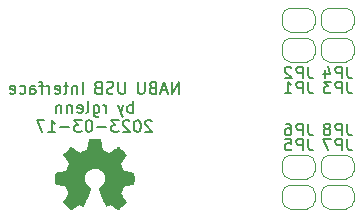
<source format=gbo>
%TF.GenerationSoftware,KiCad,Pcbnew,(7.0.0)*%
%TF.CreationDate,2023-03-18T20:28:04-04:00*%
%TF.ProjectId,nabu-interface,6e616275-2d69-46e7-9465-72666163652e,rev?*%
%TF.SameCoordinates,Original*%
%TF.FileFunction,Legend,Bot*%
%TF.FilePolarity,Positive*%
%FSLAX46Y46*%
G04 Gerber Fmt 4.6, Leading zero omitted, Abs format (unit mm)*
G04 Created by KiCad (PCBNEW (7.0.0)) date 2023-03-18 20:28:04*
%MOMM*%
%LPD*%
G01*
G04 APERTURE LIST*
G04 Aperture macros list*
%AMFreePoly0*
4,1,19,0.500000,-0.750000,0.000000,-0.750000,0.000000,-0.744911,-0.071157,-0.744911,-0.207708,-0.704816,-0.327430,-0.627875,-0.420627,-0.520320,-0.479746,-0.390866,-0.500000,-0.250000,-0.500000,0.250000,-0.479746,0.390866,-0.420627,0.520320,-0.327430,0.627875,-0.207708,0.704816,-0.071157,0.744911,0.000000,0.744911,0.000000,0.750000,0.500000,0.750000,0.500000,-0.750000,0.500000,-0.750000,
$1*%
%AMFreePoly1*
4,1,19,0.000000,0.744911,0.071157,0.744911,0.207708,0.704816,0.327430,0.627875,0.420627,0.520320,0.479746,0.390866,0.500000,0.250000,0.500000,-0.250000,0.479746,-0.390866,0.420627,-0.520320,0.327430,-0.627875,0.207708,-0.704816,0.071157,-0.744911,0.000000,-0.744911,0.000000,-0.750000,-0.500000,-0.750000,-0.500000,0.750000,0.000000,0.750000,0.000000,0.744911,0.000000,0.744911,
$1*%
G04 Aperture macros list end*
%ADD10C,0.150000*%
%ADD11C,0.010000*%
%ADD12C,0.120000*%
%ADD13C,2.499360*%
%ADD14FreePoly0,0.000000*%
%ADD15FreePoly1,0.000000*%
%ADD16FreePoly1,180.000000*%
%ADD17FreePoly0,180.000000*%
%ADD18C,3.500000*%
%ADD19C,1.700000*%
%ADD20R,1.700000X1.700000*%
%ADD21C,1.200000*%
%ADD22R,1.200000X1.200000*%
G04 APERTURE END LIST*
D10*
X99730619Y-100347380D02*
X99730619Y-99347380D01*
X99730619Y-99347380D02*
X99159191Y-100347380D01*
X99159191Y-100347380D02*
X99159191Y-99347380D01*
X98730619Y-100061666D02*
X98254429Y-100061666D01*
X98825857Y-100347380D02*
X98492524Y-99347380D01*
X98492524Y-99347380D02*
X98159191Y-100347380D01*
X97492524Y-99823571D02*
X97349667Y-99871190D01*
X97349667Y-99871190D02*
X97302048Y-99918809D01*
X97302048Y-99918809D02*
X97254429Y-100014047D01*
X97254429Y-100014047D02*
X97254429Y-100156904D01*
X97254429Y-100156904D02*
X97302048Y-100252142D01*
X97302048Y-100252142D02*
X97349667Y-100299761D01*
X97349667Y-100299761D02*
X97444905Y-100347380D01*
X97444905Y-100347380D02*
X97825857Y-100347380D01*
X97825857Y-100347380D02*
X97825857Y-99347380D01*
X97825857Y-99347380D02*
X97492524Y-99347380D01*
X97492524Y-99347380D02*
X97397286Y-99395000D01*
X97397286Y-99395000D02*
X97349667Y-99442619D01*
X97349667Y-99442619D02*
X97302048Y-99537857D01*
X97302048Y-99537857D02*
X97302048Y-99633095D01*
X97302048Y-99633095D02*
X97349667Y-99728333D01*
X97349667Y-99728333D02*
X97397286Y-99775952D01*
X97397286Y-99775952D02*
X97492524Y-99823571D01*
X97492524Y-99823571D02*
X97825857Y-99823571D01*
X96825857Y-99347380D02*
X96825857Y-100156904D01*
X96825857Y-100156904D02*
X96778238Y-100252142D01*
X96778238Y-100252142D02*
X96730619Y-100299761D01*
X96730619Y-100299761D02*
X96635381Y-100347380D01*
X96635381Y-100347380D02*
X96444905Y-100347380D01*
X96444905Y-100347380D02*
X96349667Y-100299761D01*
X96349667Y-100299761D02*
X96302048Y-100252142D01*
X96302048Y-100252142D02*
X96254429Y-100156904D01*
X96254429Y-100156904D02*
X96254429Y-99347380D01*
X95178238Y-99347380D02*
X95178238Y-100156904D01*
X95178238Y-100156904D02*
X95130619Y-100252142D01*
X95130619Y-100252142D02*
X95083000Y-100299761D01*
X95083000Y-100299761D02*
X94987762Y-100347380D01*
X94987762Y-100347380D02*
X94797286Y-100347380D01*
X94797286Y-100347380D02*
X94702048Y-100299761D01*
X94702048Y-100299761D02*
X94654429Y-100252142D01*
X94654429Y-100252142D02*
X94606810Y-100156904D01*
X94606810Y-100156904D02*
X94606810Y-99347380D01*
X94178238Y-100299761D02*
X94035381Y-100347380D01*
X94035381Y-100347380D02*
X93797286Y-100347380D01*
X93797286Y-100347380D02*
X93702048Y-100299761D01*
X93702048Y-100299761D02*
X93654429Y-100252142D01*
X93654429Y-100252142D02*
X93606810Y-100156904D01*
X93606810Y-100156904D02*
X93606810Y-100061666D01*
X93606810Y-100061666D02*
X93654429Y-99966428D01*
X93654429Y-99966428D02*
X93702048Y-99918809D01*
X93702048Y-99918809D02*
X93797286Y-99871190D01*
X93797286Y-99871190D02*
X93987762Y-99823571D01*
X93987762Y-99823571D02*
X94083000Y-99775952D01*
X94083000Y-99775952D02*
X94130619Y-99728333D01*
X94130619Y-99728333D02*
X94178238Y-99633095D01*
X94178238Y-99633095D02*
X94178238Y-99537857D01*
X94178238Y-99537857D02*
X94130619Y-99442619D01*
X94130619Y-99442619D02*
X94083000Y-99395000D01*
X94083000Y-99395000D02*
X93987762Y-99347380D01*
X93987762Y-99347380D02*
X93749667Y-99347380D01*
X93749667Y-99347380D02*
X93606810Y-99395000D01*
X92844905Y-99823571D02*
X92702048Y-99871190D01*
X92702048Y-99871190D02*
X92654429Y-99918809D01*
X92654429Y-99918809D02*
X92606810Y-100014047D01*
X92606810Y-100014047D02*
X92606810Y-100156904D01*
X92606810Y-100156904D02*
X92654429Y-100252142D01*
X92654429Y-100252142D02*
X92702048Y-100299761D01*
X92702048Y-100299761D02*
X92797286Y-100347380D01*
X92797286Y-100347380D02*
X93178238Y-100347380D01*
X93178238Y-100347380D02*
X93178238Y-99347380D01*
X93178238Y-99347380D02*
X92844905Y-99347380D01*
X92844905Y-99347380D02*
X92749667Y-99395000D01*
X92749667Y-99395000D02*
X92702048Y-99442619D01*
X92702048Y-99442619D02*
X92654429Y-99537857D01*
X92654429Y-99537857D02*
X92654429Y-99633095D01*
X92654429Y-99633095D02*
X92702048Y-99728333D01*
X92702048Y-99728333D02*
X92749667Y-99775952D01*
X92749667Y-99775952D02*
X92844905Y-99823571D01*
X92844905Y-99823571D02*
X93178238Y-99823571D01*
X91578238Y-100347380D02*
X91578238Y-99347380D01*
X91102048Y-99680714D02*
X91102048Y-100347380D01*
X91102048Y-99775952D02*
X91054429Y-99728333D01*
X91054429Y-99728333D02*
X90959191Y-99680714D01*
X90959191Y-99680714D02*
X90816334Y-99680714D01*
X90816334Y-99680714D02*
X90721096Y-99728333D01*
X90721096Y-99728333D02*
X90673477Y-99823571D01*
X90673477Y-99823571D02*
X90673477Y-100347380D01*
X90340143Y-99680714D02*
X89959191Y-99680714D01*
X90197286Y-99347380D02*
X90197286Y-100204523D01*
X90197286Y-100204523D02*
X90149667Y-100299761D01*
X90149667Y-100299761D02*
X90054429Y-100347380D01*
X90054429Y-100347380D02*
X89959191Y-100347380D01*
X89244905Y-100299761D02*
X89340143Y-100347380D01*
X89340143Y-100347380D02*
X89530619Y-100347380D01*
X89530619Y-100347380D02*
X89625857Y-100299761D01*
X89625857Y-100299761D02*
X89673476Y-100204523D01*
X89673476Y-100204523D02*
X89673476Y-99823571D01*
X89673476Y-99823571D02*
X89625857Y-99728333D01*
X89625857Y-99728333D02*
X89530619Y-99680714D01*
X89530619Y-99680714D02*
X89340143Y-99680714D01*
X89340143Y-99680714D02*
X89244905Y-99728333D01*
X89244905Y-99728333D02*
X89197286Y-99823571D01*
X89197286Y-99823571D02*
X89197286Y-99918809D01*
X89197286Y-99918809D02*
X89673476Y-100014047D01*
X88768714Y-100347380D02*
X88768714Y-99680714D01*
X88768714Y-99871190D02*
X88721095Y-99775952D01*
X88721095Y-99775952D02*
X88673476Y-99728333D01*
X88673476Y-99728333D02*
X88578238Y-99680714D01*
X88578238Y-99680714D02*
X88483000Y-99680714D01*
X88292523Y-99680714D02*
X87911571Y-99680714D01*
X88149666Y-100347380D02*
X88149666Y-99490238D01*
X88149666Y-99490238D02*
X88102047Y-99395000D01*
X88102047Y-99395000D02*
X88006809Y-99347380D01*
X88006809Y-99347380D02*
X87911571Y-99347380D01*
X87149666Y-100347380D02*
X87149666Y-99823571D01*
X87149666Y-99823571D02*
X87197285Y-99728333D01*
X87197285Y-99728333D02*
X87292523Y-99680714D01*
X87292523Y-99680714D02*
X87482999Y-99680714D01*
X87482999Y-99680714D02*
X87578237Y-99728333D01*
X87149666Y-100299761D02*
X87244904Y-100347380D01*
X87244904Y-100347380D02*
X87482999Y-100347380D01*
X87482999Y-100347380D02*
X87578237Y-100299761D01*
X87578237Y-100299761D02*
X87625856Y-100204523D01*
X87625856Y-100204523D02*
X87625856Y-100109285D01*
X87625856Y-100109285D02*
X87578237Y-100014047D01*
X87578237Y-100014047D02*
X87482999Y-99966428D01*
X87482999Y-99966428D02*
X87244904Y-99966428D01*
X87244904Y-99966428D02*
X87149666Y-99918809D01*
X86244904Y-100299761D02*
X86340142Y-100347380D01*
X86340142Y-100347380D02*
X86530618Y-100347380D01*
X86530618Y-100347380D02*
X86625856Y-100299761D01*
X86625856Y-100299761D02*
X86673475Y-100252142D01*
X86673475Y-100252142D02*
X86721094Y-100156904D01*
X86721094Y-100156904D02*
X86721094Y-99871190D01*
X86721094Y-99871190D02*
X86673475Y-99775952D01*
X86673475Y-99775952D02*
X86625856Y-99728333D01*
X86625856Y-99728333D02*
X86530618Y-99680714D01*
X86530618Y-99680714D02*
X86340142Y-99680714D01*
X86340142Y-99680714D02*
X86244904Y-99728333D01*
X85435380Y-100299761D02*
X85530618Y-100347380D01*
X85530618Y-100347380D02*
X85721094Y-100347380D01*
X85721094Y-100347380D02*
X85816332Y-100299761D01*
X85816332Y-100299761D02*
X85863951Y-100204523D01*
X85863951Y-100204523D02*
X85863951Y-99823571D01*
X85863951Y-99823571D02*
X85816332Y-99728333D01*
X85816332Y-99728333D02*
X85721094Y-99680714D01*
X85721094Y-99680714D02*
X85530618Y-99680714D01*
X85530618Y-99680714D02*
X85435380Y-99728333D01*
X85435380Y-99728333D02*
X85387761Y-99823571D01*
X85387761Y-99823571D02*
X85387761Y-99918809D01*
X85387761Y-99918809D02*
X85863951Y-100014047D01*
X95835381Y-101967380D02*
X95835381Y-100967380D01*
X95835381Y-101348333D02*
X95740143Y-101300714D01*
X95740143Y-101300714D02*
X95549667Y-101300714D01*
X95549667Y-101300714D02*
X95454429Y-101348333D01*
X95454429Y-101348333D02*
X95406810Y-101395952D01*
X95406810Y-101395952D02*
X95359191Y-101491190D01*
X95359191Y-101491190D02*
X95359191Y-101776904D01*
X95359191Y-101776904D02*
X95406810Y-101872142D01*
X95406810Y-101872142D02*
X95454429Y-101919761D01*
X95454429Y-101919761D02*
X95549667Y-101967380D01*
X95549667Y-101967380D02*
X95740143Y-101967380D01*
X95740143Y-101967380D02*
X95835381Y-101919761D01*
X95025857Y-101300714D02*
X94787762Y-101967380D01*
X94549667Y-101300714D02*
X94787762Y-101967380D01*
X94787762Y-101967380D02*
X94883000Y-102205476D01*
X94883000Y-102205476D02*
X94930619Y-102253095D01*
X94930619Y-102253095D02*
X95025857Y-102300714D01*
X93568714Y-101967380D02*
X93568714Y-101300714D01*
X93568714Y-101491190D02*
X93521095Y-101395952D01*
X93521095Y-101395952D02*
X93473476Y-101348333D01*
X93473476Y-101348333D02*
X93378238Y-101300714D01*
X93378238Y-101300714D02*
X93283000Y-101300714D01*
X92521095Y-101300714D02*
X92521095Y-102110238D01*
X92521095Y-102110238D02*
X92568714Y-102205476D01*
X92568714Y-102205476D02*
X92616333Y-102253095D01*
X92616333Y-102253095D02*
X92711571Y-102300714D01*
X92711571Y-102300714D02*
X92854428Y-102300714D01*
X92854428Y-102300714D02*
X92949666Y-102253095D01*
X92521095Y-101919761D02*
X92616333Y-101967380D01*
X92616333Y-101967380D02*
X92806809Y-101967380D01*
X92806809Y-101967380D02*
X92902047Y-101919761D01*
X92902047Y-101919761D02*
X92949666Y-101872142D01*
X92949666Y-101872142D02*
X92997285Y-101776904D01*
X92997285Y-101776904D02*
X92997285Y-101491190D01*
X92997285Y-101491190D02*
X92949666Y-101395952D01*
X92949666Y-101395952D02*
X92902047Y-101348333D01*
X92902047Y-101348333D02*
X92806809Y-101300714D01*
X92806809Y-101300714D02*
X92616333Y-101300714D01*
X92616333Y-101300714D02*
X92521095Y-101348333D01*
X91902047Y-101967380D02*
X91997285Y-101919761D01*
X91997285Y-101919761D02*
X92044904Y-101824523D01*
X92044904Y-101824523D02*
X92044904Y-100967380D01*
X91140142Y-101919761D02*
X91235380Y-101967380D01*
X91235380Y-101967380D02*
X91425856Y-101967380D01*
X91425856Y-101967380D02*
X91521094Y-101919761D01*
X91521094Y-101919761D02*
X91568713Y-101824523D01*
X91568713Y-101824523D02*
X91568713Y-101443571D01*
X91568713Y-101443571D02*
X91521094Y-101348333D01*
X91521094Y-101348333D02*
X91425856Y-101300714D01*
X91425856Y-101300714D02*
X91235380Y-101300714D01*
X91235380Y-101300714D02*
X91140142Y-101348333D01*
X91140142Y-101348333D02*
X91092523Y-101443571D01*
X91092523Y-101443571D02*
X91092523Y-101538809D01*
X91092523Y-101538809D02*
X91568713Y-101634047D01*
X90663951Y-101300714D02*
X90663951Y-101967380D01*
X90663951Y-101395952D02*
X90616332Y-101348333D01*
X90616332Y-101348333D02*
X90521094Y-101300714D01*
X90521094Y-101300714D02*
X90378237Y-101300714D01*
X90378237Y-101300714D02*
X90282999Y-101348333D01*
X90282999Y-101348333D02*
X90235380Y-101443571D01*
X90235380Y-101443571D02*
X90235380Y-101967380D01*
X89759189Y-101300714D02*
X89759189Y-101967380D01*
X89759189Y-101395952D02*
X89711570Y-101348333D01*
X89711570Y-101348333D02*
X89616332Y-101300714D01*
X89616332Y-101300714D02*
X89473475Y-101300714D01*
X89473475Y-101300714D02*
X89378237Y-101348333D01*
X89378237Y-101348333D02*
X89330618Y-101443571D01*
X89330618Y-101443571D02*
X89330618Y-101967380D01*
X97440142Y-102682619D02*
X97392523Y-102635000D01*
X97392523Y-102635000D02*
X97297285Y-102587380D01*
X97297285Y-102587380D02*
X97059190Y-102587380D01*
X97059190Y-102587380D02*
X96963952Y-102635000D01*
X96963952Y-102635000D02*
X96916333Y-102682619D01*
X96916333Y-102682619D02*
X96868714Y-102777857D01*
X96868714Y-102777857D02*
X96868714Y-102873095D01*
X96868714Y-102873095D02*
X96916333Y-103015952D01*
X96916333Y-103015952D02*
X97487761Y-103587380D01*
X97487761Y-103587380D02*
X96868714Y-103587380D01*
X96249666Y-102587380D02*
X96154428Y-102587380D01*
X96154428Y-102587380D02*
X96059190Y-102635000D01*
X96059190Y-102635000D02*
X96011571Y-102682619D01*
X96011571Y-102682619D02*
X95963952Y-102777857D01*
X95963952Y-102777857D02*
X95916333Y-102968333D01*
X95916333Y-102968333D02*
X95916333Y-103206428D01*
X95916333Y-103206428D02*
X95963952Y-103396904D01*
X95963952Y-103396904D02*
X96011571Y-103492142D01*
X96011571Y-103492142D02*
X96059190Y-103539761D01*
X96059190Y-103539761D02*
X96154428Y-103587380D01*
X96154428Y-103587380D02*
X96249666Y-103587380D01*
X96249666Y-103587380D02*
X96344904Y-103539761D01*
X96344904Y-103539761D02*
X96392523Y-103492142D01*
X96392523Y-103492142D02*
X96440142Y-103396904D01*
X96440142Y-103396904D02*
X96487761Y-103206428D01*
X96487761Y-103206428D02*
X96487761Y-102968333D01*
X96487761Y-102968333D02*
X96440142Y-102777857D01*
X96440142Y-102777857D02*
X96392523Y-102682619D01*
X96392523Y-102682619D02*
X96344904Y-102635000D01*
X96344904Y-102635000D02*
X96249666Y-102587380D01*
X95535380Y-102682619D02*
X95487761Y-102635000D01*
X95487761Y-102635000D02*
X95392523Y-102587380D01*
X95392523Y-102587380D02*
X95154428Y-102587380D01*
X95154428Y-102587380D02*
X95059190Y-102635000D01*
X95059190Y-102635000D02*
X95011571Y-102682619D01*
X95011571Y-102682619D02*
X94963952Y-102777857D01*
X94963952Y-102777857D02*
X94963952Y-102873095D01*
X94963952Y-102873095D02*
X95011571Y-103015952D01*
X95011571Y-103015952D02*
X95582999Y-103587380D01*
X95582999Y-103587380D02*
X94963952Y-103587380D01*
X94630618Y-102587380D02*
X94011571Y-102587380D01*
X94011571Y-102587380D02*
X94344904Y-102968333D01*
X94344904Y-102968333D02*
X94202047Y-102968333D01*
X94202047Y-102968333D02*
X94106809Y-103015952D01*
X94106809Y-103015952D02*
X94059190Y-103063571D01*
X94059190Y-103063571D02*
X94011571Y-103158809D01*
X94011571Y-103158809D02*
X94011571Y-103396904D01*
X94011571Y-103396904D02*
X94059190Y-103492142D01*
X94059190Y-103492142D02*
X94106809Y-103539761D01*
X94106809Y-103539761D02*
X94202047Y-103587380D01*
X94202047Y-103587380D02*
X94487761Y-103587380D01*
X94487761Y-103587380D02*
X94582999Y-103539761D01*
X94582999Y-103539761D02*
X94630618Y-103492142D01*
X93582999Y-103206428D02*
X92821095Y-103206428D01*
X92154428Y-102587380D02*
X92059190Y-102587380D01*
X92059190Y-102587380D02*
X91963952Y-102635000D01*
X91963952Y-102635000D02*
X91916333Y-102682619D01*
X91916333Y-102682619D02*
X91868714Y-102777857D01*
X91868714Y-102777857D02*
X91821095Y-102968333D01*
X91821095Y-102968333D02*
X91821095Y-103206428D01*
X91821095Y-103206428D02*
X91868714Y-103396904D01*
X91868714Y-103396904D02*
X91916333Y-103492142D01*
X91916333Y-103492142D02*
X91963952Y-103539761D01*
X91963952Y-103539761D02*
X92059190Y-103587380D01*
X92059190Y-103587380D02*
X92154428Y-103587380D01*
X92154428Y-103587380D02*
X92249666Y-103539761D01*
X92249666Y-103539761D02*
X92297285Y-103492142D01*
X92297285Y-103492142D02*
X92344904Y-103396904D01*
X92344904Y-103396904D02*
X92392523Y-103206428D01*
X92392523Y-103206428D02*
X92392523Y-102968333D01*
X92392523Y-102968333D02*
X92344904Y-102777857D01*
X92344904Y-102777857D02*
X92297285Y-102682619D01*
X92297285Y-102682619D02*
X92249666Y-102635000D01*
X92249666Y-102635000D02*
X92154428Y-102587380D01*
X91487761Y-102587380D02*
X90868714Y-102587380D01*
X90868714Y-102587380D02*
X91202047Y-102968333D01*
X91202047Y-102968333D02*
X91059190Y-102968333D01*
X91059190Y-102968333D02*
X90963952Y-103015952D01*
X90963952Y-103015952D02*
X90916333Y-103063571D01*
X90916333Y-103063571D02*
X90868714Y-103158809D01*
X90868714Y-103158809D02*
X90868714Y-103396904D01*
X90868714Y-103396904D02*
X90916333Y-103492142D01*
X90916333Y-103492142D02*
X90963952Y-103539761D01*
X90963952Y-103539761D02*
X91059190Y-103587380D01*
X91059190Y-103587380D02*
X91344904Y-103587380D01*
X91344904Y-103587380D02*
X91440142Y-103539761D01*
X91440142Y-103539761D02*
X91487761Y-103492142D01*
X90440142Y-103206428D02*
X89678238Y-103206428D01*
X88678238Y-103587380D02*
X89249666Y-103587380D01*
X88963952Y-103587380D02*
X88963952Y-102587380D01*
X88963952Y-102587380D02*
X89059190Y-102730238D01*
X89059190Y-102730238D02*
X89154428Y-102825476D01*
X89154428Y-102825476D02*
X89249666Y-102873095D01*
X88344904Y-102587380D02*
X87678238Y-102587380D01*
X87678238Y-102587380D02*
X88106809Y-103587380D01*
%TO.C,JP8*%
X113990333Y-102872380D02*
X113990333Y-103586666D01*
X113990333Y-103586666D02*
X114037952Y-103729523D01*
X114037952Y-103729523D02*
X114133190Y-103824761D01*
X114133190Y-103824761D02*
X114276047Y-103872380D01*
X114276047Y-103872380D02*
X114371285Y-103872380D01*
X113514142Y-103872380D02*
X113514142Y-102872380D01*
X113514142Y-102872380D02*
X113133190Y-102872380D01*
X113133190Y-102872380D02*
X113037952Y-102920000D01*
X113037952Y-102920000D02*
X112990333Y-102967619D01*
X112990333Y-102967619D02*
X112942714Y-103062857D01*
X112942714Y-103062857D02*
X112942714Y-103205714D01*
X112942714Y-103205714D02*
X112990333Y-103300952D01*
X112990333Y-103300952D02*
X113037952Y-103348571D01*
X113037952Y-103348571D02*
X113133190Y-103396190D01*
X113133190Y-103396190D02*
X113514142Y-103396190D01*
X112371285Y-103300952D02*
X112466523Y-103253333D01*
X112466523Y-103253333D02*
X112514142Y-103205714D01*
X112514142Y-103205714D02*
X112561761Y-103110476D01*
X112561761Y-103110476D02*
X112561761Y-103062857D01*
X112561761Y-103062857D02*
X112514142Y-102967619D01*
X112514142Y-102967619D02*
X112466523Y-102920000D01*
X112466523Y-102920000D02*
X112371285Y-102872380D01*
X112371285Y-102872380D02*
X112180809Y-102872380D01*
X112180809Y-102872380D02*
X112085571Y-102920000D01*
X112085571Y-102920000D02*
X112037952Y-102967619D01*
X112037952Y-102967619D02*
X111990333Y-103062857D01*
X111990333Y-103062857D02*
X111990333Y-103110476D01*
X111990333Y-103110476D02*
X112037952Y-103205714D01*
X112037952Y-103205714D02*
X112085571Y-103253333D01*
X112085571Y-103253333D02*
X112180809Y-103300952D01*
X112180809Y-103300952D02*
X112371285Y-103300952D01*
X112371285Y-103300952D02*
X112466523Y-103348571D01*
X112466523Y-103348571D02*
X112514142Y-103396190D01*
X112514142Y-103396190D02*
X112561761Y-103491428D01*
X112561761Y-103491428D02*
X112561761Y-103681904D01*
X112561761Y-103681904D02*
X112514142Y-103777142D01*
X112514142Y-103777142D02*
X112466523Y-103824761D01*
X112466523Y-103824761D02*
X112371285Y-103872380D01*
X112371285Y-103872380D02*
X112180809Y-103872380D01*
X112180809Y-103872380D02*
X112085571Y-103824761D01*
X112085571Y-103824761D02*
X112037952Y-103777142D01*
X112037952Y-103777142D02*
X111990333Y-103681904D01*
X111990333Y-103681904D02*
X111990333Y-103491428D01*
X111990333Y-103491428D02*
X112037952Y-103396190D01*
X112037952Y-103396190D02*
X112085571Y-103348571D01*
X112085571Y-103348571D02*
X112180809Y-103300952D01*
%TO.C,JP7*%
X113990333Y-104142380D02*
X113990333Y-104856666D01*
X113990333Y-104856666D02*
X114037952Y-104999523D01*
X114037952Y-104999523D02*
X114133190Y-105094761D01*
X114133190Y-105094761D02*
X114276047Y-105142380D01*
X114276047Y-105142380D02*
X114371285Y-105142380D01*
X113514142Y-105142380D02*
X113514142Y-104142380D01*
X113514142Y-104142380D02*
X113133190Y-104142380D01*
X113133190Y-104142380D02*
X113037952Y-104190000D01*
X113037952Y-104190000D02*
X112990333Y-104237619D01*
X112990333Y-104237619D02*
X112942714Y-104332857D01*
X112942714Y-104332857D02*
X112942714Y-104475714D01*
X112942714Y-104475714D02*
X112990333Y-104570952D01*
X112990333Y-104570952D02*
X113037952Y-104618571D01*
X113037952Y-104618571D02*
X113133190Y-104666190D01*
X113133190Y-104666190D02*
X113514142Y-104666190D01*
X112609380Y-104142380D02*
X111942714Y-104142380D01*
X111942714Y-104142380D02*
X112371285Y-105142380D01*
%TO.C,JP6*%
X110688333Y-102872380D02*
X110688333Y-103586666D01*
X110688333Y-103586666D02*
X110735952Y-103729523D01*
X110735952Y-103729523D02*
X110831190Y-103824761D01*
X110831190Y-103824761D02*
X110974047Y-103872380D01*
X110974047Y-103872380D02*
X111069285Y-103872380D01*
X110212142Y-103872380D02*
X110212142Y-102872380D01*
X110212142Y-102872380D02*
X109831190Y-102872380D01*
X109831190Y-102872380D02*
X109735952Y-102920000D01*
X109735952Y-102920000D02*
X109688333Y-102967619D01*
X109688333Y-102967619D02*
X109640714Y-103062857D01*
X109640714Y-103062857D02*
X109640714Y-103205714D01*
X109640714Y-103205714D02*
X109688333Y-103300952D01*
X109688333Y-103300952D02*
X109735952Y-103348571D01*
X109735952Y-103348571D02*
X109831190Y-103396190D01*
X109831190Y-103396190D02*
X110212142Y-103396190D01*
X108783571Y-102872380D02*
X108974047Y-102872380D01*
X108974047Y-102872380D02*
X109069285Y-102920000D01*
X109069285Y-102920000D02*
X109116904Y-102967619D01*
X109116904Y-102967619D02*
X109212142Y-103110476D01*
X109212142Y-103110476D02*
X109259761Y-103300952D01*
X109259761Y-103300952D02*
X109259761Y-103681904D01*
X109259761Y-103681904D02*
X109212142Y-103777142D01*
X109212142Y-103777142D02*
X109164523Y-103824761D01*
X109164523Y-103824761D02*
X109069285Y-103872380D01*
X109069285Y-103872380D02*
X108878809Y-103872380D01*
X108878809Y-103872380D02*
X108783571Y-103824761D01*
X108783571Y-103824761D02*
X108735952Y-103777142D01*
X108735952Y-103777142D02*
X108688333Y-103681904D01*
X108688333Y-103681904D02*
X108688333Y-103443809D01*
X108688333Y-103443809D02*
X108735952Y-103348571D01*
X108735952Y-103348571D02*
X108783571Y-103300952D01*
X108783571Y-103300952D02*
X108878809Y-103253333D01*
X108878809Y-103253333D02*
X109069285Y-103253333D01*
X109069285Y-103253333D02*
X109164523Y-103300952D01*
X109164523Y-103300952D02*
X109212142Y-103348571D01*
X109212142Y-103348571D02*
X109259761Y-103443809D01*
%TO.C,JP5*%
X110688333Y-104142380D02*
X110688333Y-104856666D01*
X110688333Y-104856666D02*
X110735952Y-104999523D01*
X110735952Y-104999523D02*
X110831190Y-105094761D01*
X110831190Y-105094761D02*
X110974047Y-105142380D01*
X110974047Y-105142380D02*
X111069285Y-105142380D01*
X110212142Y-105142380D02*
X110212142Y-104142380D01*
X110212142Y-104142380D02*
X109831190Y-104142380D01*
X109831190Y-104142380D02*
X109735952Y-104190000D01*
X109735952Y-104190000D02*
X109688333Y-104237619D01*
X109688333Y-104237619D02*
X109640714Y-104332857D01*
X109640714Y-104332857D02*
X109640714Y-104475714D01*
X109640714Y-104475714D02*
X109688333Y-104570952D01*
X109688333Y-104570952D02*
X109735952Y-104618571D01*
X109735952Y-104618571D02*
X109831190Y-104666190D01*
X109831190Y-104666190D02*
X110212142Y-104666190D01*
X108735952Y-104142380D02*
X109212142Y-104142380D01*
X109212142Y-104142380D02*
X109259761Y-104618571D01*
X109259761Y-104618571D02*
X109212142Y-104570952D01*
X109212142Y-104570952D02*
X109116904Y-104523333D01*
X109116904Y-104523333D02*
X108878809Y-104523333D01*
X108878809Y-104523333D02*
X108783571Y-104570952D01*
X108783571Y-104570952D02*
X108735952Y-104618571D01*
X108735952Y-104618571D02*
X108688333Y-104713809D01*
X108688333Y-104713809D02*
X108688333Y-104951904D01*
X108688333Y-104951904D02*
X108735952Y-105047142D01*
X108735952Y-105047142D02*
X108783571Y-105094761D01*
X108783571Y-105094761D02*
X108878809Y-105142380D01*
X108878809Y-105142380D02*
X109116904Y-105142380D01*
X109116904Y-105142380D02*
X109212142Y-105094761D01*
X109212142Y-105094761D02*
X109259761Y-105047142D01*
%TO.C,JP4*%
X113990333Y-98046380D02*
X113990333Y-98760666D01*
X113990333Y-98760666D02*
X114037952Y-98903523D01*
X114037952Y-98903523D02*
X114133190Y-98998761D01*
X114133190Y-98998761D02*
X114276047Y-99046380D01*
X114276047Y-99046380D02*
X114371285Y-99046380D01*
X113514142Y-99046380D02*
X113514142Y-98046380D01*
X113514142Y-98046380D02*
X113133190Y-98046380D01*
X113133190Y-98046380D02*
X113037952Y-98094000D01*
X113037952Y-98094000D02*
X112990333Y-98141619D01*
X112990333Y-98141619D02*
X112942714Y-98236857D01*
X112942714Y-98236857D02*
X112942714Y-98379714D01*
X112942714Y-98379714D02*
X112990333Y-98474952D01*
X112990333Y-98474952D02*
X113037952Y-98522571D01*
X113037952Y-98522571D02*
X113133190Y-98570190D01*
X113133190Y-98570190D02*
X113514142Y-98570190D01*
X112085571Y-98379714D02*
X112085571Y-99046380D01*
X112323666Y-97998761D02*
X112561761Y-98713047D01*
X112561761Y-98713047D02*
X111942714Y-98713047D01*
%TO.C,JP3*%
X113990333Y-99316380D02*
X113990333Y-100030666D01*
X113990333Y-100030666D02*
X114037952Y-100173523D01*
X114037952Y-100173523D02*
X114133190Y-100268761D01*
X114133190Y-100268761D02*
X114276047Y-100316380D01*
X114276047Y-100316380D02*
X114371285Y-100316380D01*
X113514142Y-100316380D02*
X113514142Y-99316380D01*
X113514142Y-99316380D02*
X113133190Y-99316380D01*
X113133190Y-99316380D02*
X113037952Y-99364000D01*
X113037952Y-99364000D02*
X112990333Y-99411619D01*
X112990333Y-99411619D02*
X112942714Y-99506857D01*
X112942714Y-99506857D02*
X112942714Y-99649714D01*
X112942714Y-99649714D02*
X112990333Y-99744952D01*
X112990333Y-99744952D02*
X113037952Y-99792571D01*
X113037952Y-99792571D02*
X113133190Y-99840190D01*
X113133190Y-99840190D02*
X113514142Y-99840190D01*
X112609380Y-99316380D02*
X111990333Y-99316380D01*
X111990333Y-99316380D02*
X112323666Y-99697333D01*
X112323666Y-99697333D02*
X112180809Y-99697333D01*
X112180809Y-99697333D02*
X112085571Y-99744952D01*
X112085571Y-99744952D02*
X112037952Y-99792571D01*
X112037952Y-99792571D02*
X111990333Y-99887809D01*
X111990333Y-99887809D02*
X111990333Y-100125904D01*
X111990333Y-100125904D02*
X112037952Y-100221142D01*
X112037952Y-100221142D02*
X112085571Y-100268761D01*
X112085571Y-100268761D02*
X112180809Y-100316380D01*
X112180809Y-100316380D02*
X112466523Y-100316380D01*
X112466523Y-100316380D02*
X112561761Y-100268761D01*
X112561761Y-100268761D02*
X112609380Y-100221142D01*
%TO.C,JP2*%
X110688333Y-98046380D02*
X110688333Y-98760666D01*
X110688333Y-98760666D02*
X110735952Y-98903523D01*
X110735952Y-98903523D02*
X110831190Y-98998761D01*
X110831190Y-98998761D02*
X110974047Y-99046380D01*
X110974047Y-99046380D02*
X111069285Y-99046380D01*
X110212142Y-99046380D02*
X110212142Y-98046380D01*
X110212142Y-98046380D02*
X109831190Y-98046380D01*
X109831190Y-98046380D02*
X109735952Y-98094000D01*
X109735952Y-98094000D02*
X109688333Y-98141619D01*
X109688333Y-98141619D02*
X109640714Y-98236857D01*
X109640714Y-98236857D02*
X109640714Y-98379714D01*
X109640714Y-98379714D02*
X109688333Y-98474952D01*
X109688333Y-98474952D02*
X109735952Y-98522571D01*
X109735952Y-98522571D02*
X109831190Y-98570190D01*
X109831190Y-98570190D02*
X110212142Y-98570190D01*
X109259761Y-98141619D02*
X109212142Y-98094000D01*
X109212142Y-98094000D02*
X109116904Y-98046380D01*
X109116904Y-98046380D02*
X108878809Y-98046380D01*
X108878809Y-98046380D02*
X108783571Y-98094000D01*
X108783571Y-98094000D02*
X108735952Y-98141619D01*
X108735952Y-98141619D02*
X108688333Y-98236857D01*
X108688333Y-98236857D02*
X108688333Y-98332095D01*
X108688333Y-98332095D02*
X108735952Y-98474952D01*
X108735952Y-98474952D02*
X109307380Y-99046380D01*
X109307380Y-99046380D02*
X108688333Y-99046380D01*
%TO.C,JP1*%
X110688333Y-99316380D02*
X110688333Y-100030666D01*
X110688333Y-100030666D02*
X110735952Y-100173523D01*
X110735952Y-100173523D02*
X110831190Y-100268761D01*
X110831190Y-100268761D02*
X110974047Y-100316380D01*
X110974047Y-100316380D02*
X111069285Y-100316380D01*
X110212142Y-100316380D02*
X110212142Y-99316380D01*
X110212142Y-99316380D02*
X109831190Y-99316380D01*
X109831190Y-99316380D02*
X109735952Y-99364000D01*
X109735952Y-99364000D02*
X109688333Y-99411619D01*
X109688333Y-99411619D02*
X109640714Y-99506857D01*
X109640714Y-99506857D02*
X109640714Y-99649714D01*
X109640714Y-99649714D02*
X109688333Y-99744952D01*
X109688333Y-99744952D02*
X109735952Y-99792571D01*
X109735952Y-99792571D02*
X109831190Y-99840190D01*
X109831190Y-99840190D02*
X110212142Y-99840190D01*
X108688333Y-100316380D02*
X109259761Y-100316380D01*
X108974047Y-100316380D02*
X108974047Y-99316380D01*
X108974047Y-99316380D02*
X109069285Y-99459238D01*
X109069285Y-99459238D02*
X109164523Y-99554476D01*
X109164523Y-99554476D02*
X109259761Y-99602095D01*
%TO.C,REF\u002A\u002A*%
G36*
X93120275Y-104656931D02*
G01*
X93204095Y-105101555D01*
X93822667Y-105356551D01*
X94193707Y-105104246D01*
X94267144Y-105054506D01*
X94364499Y-104989218D01*
X94448787Y-104933454D01*
X94515631Y-104890078D01*
X94560654Y-104861953D01*
X94579478Y-104851942D01*
X94591039Y-104859061D01*
X94625596Y-104888894D01*
X94677894Y-104937852D01*
X94743500Y-105001440D01*
X94817983Y-105075163D01*
X94896913Y-105154525D01*
X94975856Y-105235031D01*
X95050384Y-105312185D01*
X95116063Y-105381493D01*
X95168463Y-105438457D01*
X95203153Y-105478584D01*
X95215701Y-105497377D01*
X95212782Y-105505451D01*
X95192571Y-105541469D01*
X95155663Y-105600744D01*
X95105050Y-105678630D01*
X95043725Y-105770481D01*
X94974679Y-105871650D01*
X94936787Y-105926826D01*
X94871606Y-106022884D01*
X94815723Y-106106717D01*
X94772117Y-106173777D01*
X94743769Y-106219519D01*
X94733657Y-106239396D01*
X94733823Y-106240497D01*
X94742743Y-106265694D01*
X94763206Y-106317147D01*
X94792360Y-106388135D01*
X94827353Y-106471935D01*
X94865332Y-106561828D01*
X94903445Y-106651091D01*
X94938839Y-106733003D01*
X94968662Y-106800843D01*
X94990061Y-106847890D01*
X95000184Y-106867422D01*
X95006174Y-106869155D01*
X95042566Y-106876969D01*
X95107427Y-106889915D01*
X95195565Y-106906979D01*
X95301787Y-106927151D01*
X95420902Y-106949418D01*
X95483683Y-106961223D01*
X95598912Y-106983748D01*
X95699662Y-107004550D01*
X95780426Y-107022435D01*
X95835698Y-107036208D01*
X95859971Y-107044674D01*
X95864331Y-107053066D01*
X95871563Y-107094072D01*
X95877246Y-107162368D01*
X95881382Y-107251529D01*
X95883977Y-107355128D01*
X95885036Y-107466740D01*
X95884561Y-107579938D01*
X95882559Y-107688296D01*
X95879033Y-107785389D01*
X95873987Y-107864790D01*
X95867427Y-107920072D01*
X95859356Y-107944810D01*
X95854458Y-107947600D01*
X95817930Y-107959569D01*
X95754565Y-107975405D01*
X95671686Y-107993374D01*
X95576618Y-108011741D01*
X95544542Y-108017591D01*
X95396393Y-108044798D01*
X95279961Y-108066663D01*
X95191209Y-108084093D01*
X95126103Y-108097996D01*
X95080606Y-108109277D01*
X95050682Y-108118843D01*
X95032294Y-108127601D01*
X95021407Y-108136457D01*
X95020142Y-108137943D01*
X95002338Y-108168931D01*
X94975994Y-108225634D01*
X94943661Y-108301399D01*
X94907893Y-108389574D01*
X94871244Y-108483507D01*
X94836266Y-108576547D01*
X94805513Y-108662041D01*
X94781538Y-108733336D01*
X94766895Y-108783782D01*
X94764136Y-108806726D01*
X94765981Y-108809703D01*
X94785075Y-108838493D01*
X94820984Y-108891595D01*
X94870378Y-108964117D01*
X94929927Y-109051167D01*
X94996303Y-109147854D01*
X95014520Y-109174456D01*
X95078577Y-109269875D01*
X95133937Y-109355212D01*
X95177439Y-109425405D01*
X95205924Y-109475394D01*
X95216232Y-109500116D01*
X95214011Y-109506616D01*
X95190858Y-109538644D01*
X95145177Y-109590945D01*
X95080241Y-109659999D01*
X94999319Y-109742286D01*
X94905685Y-109834286D01*
X94852165Y-109885781D01*
X94767542Y-109965983D01*
X94693475Y-110034678D01*
X94633941Y-110088252D01*
X94592917Y-110123085D01*
X94574381Y-110135563D01*
X94561646Y-110130938D01*
X94522436Y-110109057D01*
X94465495Y-110073273D01*
X94398250Y-110028117D01*
X94350438Y-109995165D01*
X94254985Y-109929727D01*
X94153125Y-109860228D01*
X94060088Y-109797075D01*
X93877832Y-109673800D01*
X93724841Y-109756520D01*
X93688817Y-109775613D01*
X93623303Y-109808272D01*
X93572640Y-109830819D01*
X93545564Y-109839226D01*
X93536703Y-109828430D01*
X93514699Y-109787323D01*
X93482199Y-109719549D01*
X93441010Y-109629409D01*
X93392942Y-109521205D01*
X93339802Y-109399237D01*
X93283399Y-109267808D01*
X93225542Y-109131218D01*
X93168038Y-108993767D01*
X93112697Y-108859758D01*
X93061326Y-108733491D01*
X93015735Y-108619268D01*
X92977732Y-108521390D01*
X92949124Y-108444157D01*
X92931721Y-108391871D01*
X92927331Y-108368833D01*
X92927628Y-108368160D01*
X92948077Y-108346863D01*
X92990850Y-108313508D01*
X93047117Y-108275011D01*
X93064877Y-108263256D01*
X93200014Y-108151735D01*
X93311856Y-108018906D01*
X93397755Y-107870298D01*
X93455062Y-107711440D01*
X93481131Y-107547860D01*
X93473313Y-107385088D01*
X93441644Y-107240315D01*
X93384782Y-107094124D01*
X93301888Y-106963703D01*
X93188131Y-106839813D01*
X93143433Y-106800235D01*
X92998935Y-106702723D01*
X92842838Y-106637050D01*
X92679667Y-106602630D01*
X92513943Y-106598874D01*
X92350192Y-106625194D01*
X92192936Y-106681003D01*
X92046698Y-106765714D01*
X91916004Y-106878737D01*
X91805374Y-107019487D01*
X91784105Y-107054342D01*
X91711810Y-107213655D01*
X91673415Y-107379552D01*
X91667914Y-107547737D01*
X91694301Y-107713913D01*
X91751570Y-107873784D01*
X91838717Y-108023053D01*
X91954736Y-108157423D01*
X92098622Y-108272599D01*
X92103294Y-108275702D01*
X92158964Y-108314933D01*
X92200689Y-108348286D01*
X92219746Y-108368833D01*
X92217342Y-108384941D01*
X92202391Y-108431844D01*
X92175881Y-108504539D01*
X92139620Y-108598725D01*
X92095416Y-108710098D01*
X92045076Y-108834358D01*
X91990407Y-108967202D01*
X91933218Y-109104327D01*
X91875316Y-109241432D01*
X91818510Y-109374215D01*
X91764606Y-109498374D01*
X91715412Y-109609606D01*
X91672737Y-109703609D01*
X91638387Y-109776082D01*
X91614171Y-109822722D01*
X91601897Y-109839226D01*
X91591689Y-109836991D01*
X91551586Y-109820926D01*
X91492318Y-109792759D01*
X91422619Y-109756520D01*
X91269629Y-109673800D01*
X91087373Y-109797075D01*
X91033527Y-109833579D01*
X90933374Y-109901784D01*
X90833525Y-109970098D01*
X90749211Y-110028117D01*
X90702679Y-110059736D01*
X90642200Y-110099020D01*
X90597357Y-110125912D01*
X90575455Y-110135883D01*
X90566045Y-110131650D01*
X90532031Y-110105721D01*
X90479595Y-110060070D01*
X90413301Y-109999186D01*
X90337713Y-109927561D01*
X90257396Y-109849683D01*
X90176913Y-109770045D01*
X90100829Y-109693135D01*
X90033707Y-109623445D01*
X89980112Y-109565464D01*
X89944608Y-109523684D01*
X89931759Y-109502593D01*
X89932500Y-109498581D01*
X89947793Y-109465920D01*
X89980462Y-109409412D01*
X90027350Y-109334163D01*
X90085301Y-109245275D01*
X90151157Y-109147854D01*
X90169627Y-109120982D01*
X90234482Y-109026423D01*
X90291609Y-108942827D01*
X90337678Y-108875084D01*
X90369359Y-108828086D01*
X90383324Y-108806726D01*
X90383668Y-108805811D01*
X90379546Y-108779678D01*
X90363807Y-108726740D01*
X90339004Y-108653647D01*
X90307689Y-108567052D01*
X90272417Y-108473608D01*
X90235740Y-108379965D01*
X90200212Y-108292777D01*
X90168386Y-108218695D01*
X90142816Y-108164371D01*
X90126053Y-108136457D01*
X90124374Y-108134724D01*
X90112372Y-108125956D01*
X90092103Y-108117115D01*
X90059529Y-108107292D01*
X90010616Y-108095583D01*
X89941327Y-108081080D01*
X89847625Y-108062876D01*
X89725476Y-108040066D01*
X89570842Y-108011741D01*
X89538770Y-108005780D01*
X89446893Y-107987352D01*
X89369607Y-107969892D01*
X89314236Y-107955133D01*
X89288105Y-107944810D01*
X89283733Y-107936197D01*
X89276445Y-107894826D01*
X89270669Y-107826241D01*
X89266410Y-107736868D01*
X89263673Y-107633135D01*
X89262462Y-107521465D01*
X89262782Y-107408287D01*
X89264636Y-107300026D01*
X89268030Y-107203108D01*
X89272967Y-107123959D01*
X89279452Y-107069006D01*
X89287489Y-107044674D01*
X89295696Y-107041079D01*
X89336519Y-107029748D01*
X89405524Y-107013722D01*
X89497203Y-106994195D01*
X89606050Y-106972362D01*
X89726558Y-106949418D01*
X89792357Y-106937159D01*
X89905135Y-106915901D01*
X90002207Y-106897287D01*
X90078382Y-106882328D01*
X90128469Y-106872036D01*
X90147276Y-106867422D01*
X90147983Y-106866471D01*
X90159961Y-106842310D01*
X90182794Y-106791694D01*
X90213630Y-106721338D01*
X90249613Y-106637958D01*
X90287891Y-106548270D01*
X90325609Y-106458989D01*
X90359913Y-106376832D01*
X90387949Y-106308513D01*
X90406864Y-106260748D01*
X90413803Y-106240254D01*
X90410742Y-106233043D01*
X90390372Y-106198728D01*
X90353422Y-106140970D01*
X90302860Y-106064299D01*
X90241657Y-105973248D01*
X90172781Y-105872350D01*
X90134994Y-105817093D01*
X90069782Y-105720215D01*
X90013871Y-105635193D01*
X89970241Y-105566662D01*
X89941877Y-105519260D01*
X89931759Y-105497623D01*
X89938790Y-105485887D01*
X89968197Y-105450818D01*
X90016441Y-105397745D01*
X90079093Y-105331164D01*
X90151725Y-105255574D01*
X90229908Y-105175472D01*
X90309214Y-105095354D01*
X90385213Y-105019718D01*
X90453478Y-104953062D01*
X90509580Y-104899882D01*
X90549090Y-104864676D01*
X90567579Y-104851942D01*
X90577843Y-104856893D01*
X90615530Y-104879857D01*
X90676348Y-104918938D01*
X90755913Y-104971272D01*
X90849843Y-105033996D01*
X90953754Y-105104246D01*
X91324794Y-105356551D01*
X91634080Y-105229053D01*
X91943365Y-105101555D01*
X92027186Y-104656931D01*
X92111006Y-104212307D01*
X93036454Y-104212307D01*
X93120275Y-104656931D01*
G37*
D11*
X93120275Y-104656931D02*
X93204095Y-105101555D01*
X93822667Y-105356551D01*
X94193707Y-105104246D01*
X94267144Y-105054506D01*
X94364499Y-104989218D01*
X94448787Y-104933454D01*
X94515631Y-104890078D01*
X94560654Y-104861953D01*
X94579478Y-104851942D01*
X94591039Y-104859061D01*
X94625596Y-104888894D01*
X94677894Y-104937852D01*
X94743500Y-105001440D01*
X94817983Y-105075163D01*
X94896913Y-105154525D01*
X94975856Y-105235031D01*
X95050384Y-105312185D01*
X95116063Y-105381493D01*
X95168463Y-105438457D01*
X95203153Y-105478584D01*
X95215701Y-105497377D01*
X95212782Y-105505451D01*
X95192571Y-105541469D01*
X95155663Y-105600744D01*
X95105050Y-105678630D01*
X95043725Y-105770481D01*
X94974679Y-105871650D01*
X94936787Y-105926826D01*
X94871606Y-106022884D01*
X94815723Y-106106717D01*
X94772117Y-106173777D01*
X94743769Y-106219519D01*
X94733657Y-106239396D01*
X94733823Y-106240497D01*
X94742743Y-106265694D01*
X94763206Y-106317147D01*
X94792360Y-106388135D01*
X94827353Y-106471935D01*
X94865332Y-106561828D01*
X94903445Y-106651091D01*
X94938839Y-106733003D01*
X94968662Y-106800843D01*
X94990061Y-106847890D01*
X95000184Y-106867422D01*
X95006174Y-106869155D01*
X95042566Y-106876969D01*
X95107427Y-106889915D01*
X95195565Y-106906979D01*
X95301787Y-106927151D01*
X95420902Y-106949418D01*
X95483683Y-106961223D01*
X95598912Y-106983748D01*
X95699662Y-107004550D01*
X95780426Y-107022435D01*
X95835698Y-107036208D01*
X95859971Y-107044674D01*
X95864331Y-107053066D01*
X95871563Y-107094072D01*
X95877246Y-107162368D01*
X95881382Y-107251529D01*
X95883977Y-107355128D01*
X95885036Y-107466740D01*
X95884561Y-107579938D01*
X95882559Y-107688296D01*
X95879033Y-107785389D01*
X95873987Y-107864790D01*
X95867427Y-107920072D01*
X95859356Y-107944810D01*
X95854458Y-107947600D01*
X95817930Y-107959569D01*
X95754565Y-107975405D01*
X95671686Y-107993374D01*
X95576618Y-108011741D01*
X95544542Y-108017591D01*
X95396393Y-108044798D01*
X95279961Y-108066663D01*
X95191209Y-108084093D01*
X95126103Y-108097996D01*
X95080606Y-108109277D01*
X95050682Y-108118843D01*
X95032294Y-108127601D01*
X95021407Y-108136457D01*
X95020142Y-108137943D01*
X95002338Y-108168931D01*
X94975994Y-108225634D01*
X94943661Y-108301399D01*
X94907893Y-108389574D01*
X94871244Y-108483507D01*
X94836266Y-108576547D01*
X94805513Y-108662041D01*
X94781538Y-108733336D01*
X94766895Y-108783782D01*
X94764136Y-108806726D01*
X94765981Y-108809703D01*
X94785075Y-108838493D01*
X94820984Y-108891595D01*
X94870378Y-108964117D01*
X94929927Y-109051167D01*
X94996303Y-109147854D01*
X95014520Y-109174456D01*
X95078577Y-109269875D01*
X95133937Y-109355212D01*
X95177439Y-109425405D01*
X95205924Y-109475394D01*
X95216232Y-109500116D01*
X95214011Y-109506616D01*
X95190858Y-109538644D01*
X95145177Y-109590945D01*
X95080241Y-109659999D01*
X94999319Y-109742286D01*
X94905685Y-109834286D01*
X94852165Y-109885781D01*
X94767542Y-109965983D01*
X94693475Y-110034678D01*
X94633941Y-110088252D01*
X94592917Y-110123085D01*
X94574381Y-110135563D01*
X94561646Y-110130938D01*
X94522436Y-110109057D01*
X94465495Y-110073273D01*
X94398250Y-110028117D01*
X94350438Y-109995165D01*
X94254985Y-109929727D01*
X94153125Y-109860228D01*
X94060088Y-109797075D01*
X93877832Y-109673800D01*
X93724841Y-109756520D01*
X93688817Y-109775613D01*
X93623303Y-109808272D01*
X93572640Y-109830819D01*
X93545564Y-109839226D01*
X93536703Y-109828430D01*
X93514699Y-109787323D01*
X93482199Y-109719549D01*
X93441010Y-109629409D01*
X93392942Y-109521205D01*
X93339802Y-109399237D01*
X93283399Y-109267808D01*
X93225542Y-109131218D01*
X93168038Y-108993767D01*
X93112697Y-108859758D01*
X93061326Y-108733491D01*
X93015735Y-108619268D01*
X92977732Y-108521390D01*
X92949124Y-108444157D01*
X92931721Y-108391871D01*
X92927331Y-108368833D01*
X92927628Y-108368160D01*
X92948077Y-108346863D01*
X92990850Y-108313508D01*
X93047117Y-108275011D01*
X93064877Y-108263256D01*
X93200014Y-108151735D01*
X93311856Y-108018906D01*
X93397755Y-107870298D01*
X93455062Y-107711440D01*
X93481131Y-107547860D01*
X93473313Y-107385088D01*
X93441644Y-107240315D01*
X93384782Y-107094124D01*
X93301888Y-106963703D01*
X93188131Y-106839813D01*
X93143433Y-106800235D01*
X92998935Y-106702723D01*
X92842838Y-106637050D01*
X92679667Y-106602630D01*
X92513943Y-106598874D01*
X92350192Y-106625194D01*
X92192936Y-106681003D01*
X92046698Y-106765714D01*
X91916004Y-106878737D01*
X91805374Y-107019487D01*
X91784105Y-107054342D01*
X91711810Y-107213655D01*
X91673415Y-107379552D01*
X91667914Y-107547737D01*
X91694301Y-107713913D01*
X91751570Y-107873784D01*
X91838717Y-108023053D01*
X91954736Y-108157423D01*
X92098622Y-108272599D01*
X92103294Y-108275702D01*
X92158964Y-108314933D01*
X92200689Y-108348286D01*
X92219746Y-108368833D01*
X92217342Y-108384941D01*
X92202391Y-108431844D01*
X92175881Y-108504539D01*
X92139620Y-108598725D01*
X92095416Y-108710098D01*
X92045076Y-108834358D01*
X91990407Y-108967202D01*
X91933218Y-109104327D01*
X91875316Y-109241432D01*
X91818510Y-109374215D01*
X91764606Y-109498374D01*
X91715412Y-109609606D01*
X91672737Y-109703609D01*
X91638387Y-109776082D01*
X91614171Y-109822722D01*
X91601897Y-109839226D01*
X91591689Y-109836991D01*
X91551586Y-109820926D01*
X91492318Y-109792759D01*
X91422619Y-109756520D01*
X91269629Y-109673800D01*
X91087373Y-109797075D01*
X91033527Y-109833579D01*
X90933374Y-109901784D01*
X90833525Y-109970098D01*
X90749211Y-110028117D01*
X90702679Y-110059736D01*
X90642200Y-110099020D01*
X90597357Y-110125912D01*
X90575455Y-110135883D01*
X90566045Y-110131650D01*
X90532031Y-110105721D01*
X90479595Y-110060070D01*
X90413301Y-109999186D01*
X90337713Y-109927561D01*
X90257396Y-109849683D01*
X90176913Y-109770045D01*
X90100829Y-109693135D01*
X90033707Y-109623445D01*
X89980112Y-109565464D01*
X89944608Y-109523684D01*
X89931759Y-109502593D01*
X89932500Y-109498581D01*
X89947793Y-109465920D01*
X89980462Y-109409412D01*
X90027350Y-109334163D01*
X90085301Y-109245275D01*
X90151157Y-109147854D01*
X90169627Y-109120982D01*
X90234482Y-109026423D01*
X90291609Y-108942827D01*
X90337678Y-108875084D01*
X90369359Y-108828086D01*
X90383324Y-108806726D01*
X90383668Y-108805811D01*
X90379546Y-108779678D01*
X90363807Y-108726740D01*
X90339004Y-108653647D01*
X90307689Y-108567052D01*
X90272417Y-108473608D01*
X90235740Y-108379965D01*
X90200212Y-108292777D01*
X90168386Y-108218695D01*
X90142816Y-108164371D01*
X90126053Y-108136457D01*
X90124374Y-108134724D01*
X90112372Y-108125956D01*
X90092103Y-108117115D01*
X90059529Y-108107292D01*
X90010616Y-108095583D01*
X89941327Y-108081080D01*
X89847625Y-108062876D01*
X89725476Y-108040066D01*
X89570842Y-108011741D01*
X89538770Y-108005780D01*
X89446893Y-107987352D01*
X89369607Y-107969892D01*
X89314236Y-107955133D01*
X89288105Y-107944810D01*
X89283733Y-107936197D01*
X89276445Y-107894826D01*
X89270669Y-107826241D01*
X89266410Y-107736868D01*
X89263673Y-107633135D01*
X89262462Y-107521465D01*
X89262782Y-107408287D01*
X89264636Y-107300026D01*
X89268030Y-107203108D01*
X89272967Y-107123959D01*
X89279452Y-107069006D01*
X89287489Y-107044674D01*
X89295696Y-107041079D01*
X89336519Y-107029748D01*
X89405524Y-107013722D01*
X89497203Y-106994195D01*
X89606050Y-106972362D01*
X89726558Y-106949418D01*
X89792357Y-106937159D01*
X89905135Y-106915901D01*
X90002207Y-106897287D01*
X90078382Y-106882328D01*
X90128469Y-106872036D01*
X90147276Y-106867422D01*
X90147983Y-106866471D01*
X90159961Y-106842310D01*
X90182794Y-106791694D01*
X90213630Y-106721338D01*
X90249613Y-106637958D01*
X90287891Y-106548270D01*
X90325609Y-106458989D01*
X90359913Y-106376832D01*
X90387949Y-106308513D01*
X90406864Y-106260748D01*
X90413803Y-106240254D01*
X90410742Y-106233043D01*
X90390372Y-106198728D01*
X90353422Y-106140970D01*
X90302860Y-106064299D01*
X90241657Y-105973248D01*
X90172781Y-105872350D01*
X90134994Y-105817093D01*
X90069782Y-105720215D01*
X90013871Y-105635193D01*
X89970241Y-105566662D01*
X89941877Y-105519260D01*
X89931759Y-105497623D01*
X89938790Y-105485887D01*
X89968197Y-105450818D01*
X90016441Y-105397745D01*
X90079093Y-105331164D01*
X90151725Y-105255574D01*
X90229908Y-105175472D01*
X90309214Y-105095354D01*
X90385213Y-105019718D01*
X90453478Y-104953062D01*
X90509580Y-104899882D01*
X90549090Y-104864676D01*
X90567579Y-104851942D01*
X90577843Y-104856893D01*
X90615530Y-104879857D01*
X90676348Y-104918938D01*
X90755913Y-104971272D01*
X90849843Y-105033996D01*
X90953754Y-105104246D01*
X91324794Y-105356551D01*
X91634080Y-105229053D01*
X91943365Y-105101555D01*
X92027186Y-104656931D01*
X92111006Y-104212307D01*
X93036454Y-104212307D01*
X93120275Y-104656931D01*
D12*
%TO.C,JP8*%
X113857000Y-105553000D02*
X112457000Y-105553000D01*
X112457000Y-107553000D02*
X113857000Y-107553000D01*
X111757000Y-106253000D02*
X111757000Y-106853000D01*
X114557000Y-106853000D02*
X114557000Y-106253000D01*
X111757000Y-106853000D02*
G75*
G03*
X112457000Y-107553000I699999J-1D01*
G01*
X112457000Y-105553000D02*
G75*
G03*
X111757000Y-106253000I-1J-699999D01*
G01*
X114557000Y-106253000D02*
G75*
G03*
X113857000Y-105553000I-700000J0D01*
G01*
X113857000Y-107553000D02*
G75*
G03*
X114557000Y-106853000I0J700000D01*
G01*
%TO.C,JP7*%
X113857000Y-108093000D02*
X112457000Y-108093000D01*
X112457000Y-110093000D02*
X113857000Y-110093000D01*
X111757000Y-108793000D02*
X111757000Y-109393000D01*
X114557000Y-109393000D02*
X114557000Y-108793000D01*
X111757000Y-109393000D02*
G75*
G03*
X112457000Y-110093000I699999J-1D01*
G01*
X112457000Y-108093000D02*
G75*
G03*
X111757000Y-108793000I-1J-699999D01*
G01*
X114557000Y-108793000D02*
G75*
G03*
X113857000Y-108093000I-700000J0D01*
G01*
X113857000Y-110093000D02*
G75*
G03*
X114557000Y-109393000I0J700000D01*
G01*
%TO.C,JP6*%
X108455000Y-106853000D02*
G75*
G03*
X109155000Y-107553000I700000J0D01*
G01*
X110555000Y-107553000D02*
G75*
G03*
X111255000Y-106853000I1J699999D01*
G01*
X111255000Y-106253000D02*
G75*
G03*
X110555000Y-105553000I-699999J1D01*
G01*
X109155000Y-105553000D02*
G75*
G03*
X108455000Y-106253000I0J-700000D01*
G01*
X111255000Y-106853000D02*
X111255000Y-106253000D01*
X108455000Y-106253000D02*
X108455000Y-106853000D01*
X109155000Y-107553000D02*
X110555000Y-107553000D01*
X110555000Y-105553000D02*
X109155000Y-105553000D01*
%TO.C,JP5*%
X108455000Y-109393000D02*
G75*
G03*
X109155000Y-110093000I700000J0D01*
G01*
X110555000Y-110093000D02*
G75*
G03*
X111255000Y-109393000I1J699999D01*
G01*
X111255000Y-108793000D02*
G75*
G03*
X110555000Y-108093000I-699999J1D01*
G01*
X109155000Y-108093000D02*
G75*
G03*
X108455000Y-108793000I0J-700000D01*
G01*
X111255000Y-109393000D02*
X111255000Y-108793000D01*
X108455000Y-108793000D02*
X108455000Y-109393000D01*
X109155000Y-110093000D02*
X110555000Y-110093000D01*
X110555000Y-108093000D02*
X109155000Y-108093000D01*
%TO.C,JP4*%
X114557000Y-93807000D02*
G75*
G03*
X113857000Y-93107000I-700000J0D01*
G01*
X112457000Y-93107000D02*
G75*
G03*
X111757000Y-93807000I-1J-699999D01*
G01*
X111757000Y-94407000D02*
G75*
G03*
X112457000Y-95107000I699999J-1D01*
G01*
X113857000Y-95107000D02*
G75*
G03*
X114557000Y-94407000I0J700000D01*
G01*
X111757000Y-93807000D02*
X111757000Y-94407000D01*
X114557000Y-94407000D02*
X114557000Y-93807000D01*
X113857000Y-93107000D02*
X112457000Y-93107000D01*
X112457000Y-95107000D02*
X113857000Y-95107000D01*
%TO.C,JP3*%
X112457000Y-97647000D02*
X113857000Y-97647000D01*
X113857000Y-95647000D02*
X112457000Y-95647000D01*
X114557000Y-96947000D02*
X114557000Y-96347000D01*
X111757000Y-96347000D02*
X111757000Y-96947000D01*
X113857000Y-97647000D02*
G75*
G03*
X114557000Y-96947000I0J700000D01*
G01*
X111757000Y-96947000D02*
G75*
G03*
X112457000Y-97647000I699999J-1D01*
G01*
X112457000Y-95647000D02*
G75*
G03*
X111757000Y-96347000I-1J-699999D01*
G01*
X114557000Y-96347000D02*
G75*
G03*
X113857000Y-95647000I-700000J0D01*
G01*
%TO.C,JP2*%
X109155000Y-95107000D02*
X110555000Y-95107000D01*
X110555000Y-93107000D02*
X109155000Y-93107000D01*
X111255000Y-94407000D02*
X111255000Y-93807000D01*
X108455000Y-93807000D02*
X108455000Y-94407000D01*
X111255000Y-93807000D02*
G75*
G03*
X110555000Y-93107000I-699999J1D01*
G01*
X110555000Y-95107000D02*
G75*
G03*
X111255000Y-94407000I1J699999D01*
G01*
X108455000Y-94407000D02*
G75*
G03*
X109155000Y-95107000I700000J0D01*
G01*
X109155000Y-93107000D02*
G75*
G03*
X108455000Y-93807000I0J-700000D01*
G01*
%TO.C,JP1*%
X109155000Y-95647000D02*
G75*
G03*
X108455000Y-96347000I0J-700000D01*
G01*
X108455000Y-96947000D02*
G75*
G03*
X109155000Y-97647000I700000J0D01*
G01*
X110555000Y-97647000D02*
G75*
G03*
X111255000Y-96947000I1J699999D01*
G01*
X111255000Y-96347000D02*
G75*
G03*
X110555000Y-95647000I-699999J1D01*
G01*
X108455000Y-96347000D02*
X108455000Y-96947000D01*
X111255000Y-96947000D02*
X111255000Y-96347000D01*
X110555000Y-95647000D02*
X109155000Y-95647000D01*
X109155000Y-97647000D02*
X110555000Y-97647000D01*
%TD*%
D13*
%TO.C,J1*%
X106222800Y-109098080D03*
X103720900Y-96603820D03*
X106220260Y-101600000D03*
X106222800Y-94101920D03*
X103720900Y-106596180D03*
%TD*%
%LPC*%
D14*
%TO.C,JP8*%
X112507000Y-106553000D03*
D15*
X113807000Y-106553000D03*
%TD*%
D14*
%TO.C,JP7*%
X112507000Y-109093000D03*
D15*
X113807000Y-109093000D03*
%TD*%
D16*
%TO.C,JP6*%
X109205000Y-106553000D03*
D17*
X110505000Y-106553000D03*
%TD*%
D16*
%TO.C,JP5*%
X109205000Y-109093000D03*
D17*
X110505000Y-109093000D03*
%TD*%
D15*
%TO.C,JP4*%
X113807000Y-94107000D03*
D14*
X112507000Y-94107000D03*
%TD*%
%TO.C,JP3*%
X112507000Y-96647000D03*
D15*
X113807000Y-96647000D03*
%TD*%
D17*
%TO.C,JP2*%
X110505000Y-94107000D03*
D16*
X109205000Y-94107000D03*
%TD*%
%TO.C,JP1*%
X109205000Y-96647000D03*
D17*
X110505000Y-96647000D03*
%TD*%
D18*
%TO.C,J2*%
X78067500Y-95580000D03*
X78067500Y-107620000D03*
D19*
X80777500Y-102850000D03*
X80777500Y-100350000D03*
X82777500Y-100350000D03*
D20*
X82777499Y-102849999D03*
%TD*%
D13*
%TO.C,J1*%
X106222800Y-109098080D03*
X103720900Y-96603820D03*
X106220260Y-101600000D03*
X106222800Y-94101920D03*
X103720900Y-106596180D03*
X116217700Y-96598740D03*
X116217700Y-106601260D03*
%TD*%
D21*
%TO.C,C5*%
X87122000Y-110247401D03*
D22*
X87121999Y-108247400D03*
%TD*%
M02*

</source>
